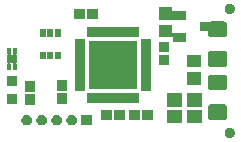
<source format=gts>
G04 #@! TF.GenerationSoftware,KiCad,Pcbnew,5.0.0+dfsg1-2*
G04 #@! TF.CreationDate,2018-09-26T11:41:40+09:00*
G04 #@! TF.ProjectId,fst-01,6673742D30312E6B696361645F706362,rev?*
G04 #@! TF.SameCoordinates,Original*
G04 #@! TF.FileFunction,Soldermask,Top*
G04 #@! TF.FilePolarity,Negative*
%FSLAX46Y46*%
G04 Gerber Fmt 4.6, Leading zero omitted, Abs format (unit mm)*
G04 Created by KiCad (PCBNEW 5.0.0+dfsg1-2) date Wed Sep 26 11:41:40 2018*
%MOMM*%
%LPD*%
G01*
G04 APERTURE LIST*
%ADD10C,0.150000*%
G04 APERTURE END LIST*
D10*
G36*
X128323969Y-103837832D02*
X128401313Y-103869870D01*
X128470923Y-103916381D01*
X128530119Y-103975577D01*
X128576630Y-104045187D01*
X128608668Y-104122531D01*
X128625000Y-104204641D01*
X128625000Y-104288359D01*
X128608668Y-104370469D01*
X128576630Y-104447813D01*
X128530119Y-104517423D01*
X128470923Y-104576619D01*
X128401313Y-104623130D01*
X128323969Y-104655168D01*
X128241859Y-104671500D01*
X128158141Y-104671500D01*
X128076031Y-104655168D01*
X127998687Y-104623130D01*
X127929077Y-104576619D01*
X127869881Y-104517423D01*
X127823370Y-104447813D01*
X127791332Y-104370469D01*
X127775000Y-104288359D01*
X127775000Y-104204641D01*
X127791332Y-104122531D01*
X127823370Y-104045187D01*
X127869881Y-103975577D01*
X127929077Y-103916381D01*
X127998687Y-103869870D01*
X128076031Y-103837832D01*
X128158141Y-103821500D01*
X128241859Y-103821500D01*
X128323969Y-103837832D01*
X128323969Y-103837832D01*
G37*
G36*
X111129262Y-102742093D02*
X111211155Y-102776015D01*
X111284859Y-102825262D01*
X111347538Y-102887941D01*
X111396785Y-102961645D01*
X111430707Y-103043538D01*
X111448000Y-103130479D01*
X111448000Y-103219121D01*
X111430707Y-103306062D01*
X111396785Y-103387955D01*
X111347538Y-103461659D01*
X111284859Y-103524338D01*
X111211155Y-103573585D01*
X111129262Y-103607507D01*
X111042321Y-103624800D01*
X110953679Y-103624800D01*
X110866738Y-103607507D01*
X110784845Y-103573585D01*
X110711141Y-103524338D01*
X110648462Y-103461659D01*
X110599215Y-103387955D01*
X110565293Y-103306062D01*
X110548000Y-103219121D01*
X110548000Y-103130479D01*
X110565293Y-103043538D01*
X110599215Y-102961645D01*
X110648462Y-102887941D01*
X110711141Y-102825262D01*
X110784845Y-102776015D01*
X110866738Y-102742093D01*
X110953679Y-102724800D01*
X111042321Y-102724800D01*
X111129262Y-102742093D01*
X111129262Y-102742093D01*
G37*
G36*
X112399262Y-102742093D02*
X112481155Y-102776015D01*
X112554859Y-102825262D01*
X112617538Y-102887941D01*
X112666785Y-102961645D01*
X112700707Y-103043538D01*
X112718000Y-103130479D01*
X112718000Y-103219121D01*
X112700707Y-103306062D01*
X112666785Y-103387955D01*
X112617538Y-103461659D01*
X112554859Y-103524338D01*
X112481155Y-103573585D01*
X112399262Y-103607507D01*
X112312321Y-103624800D01*
X112223679Y-103624800D01*
X112136738Y-103607507D01*
X112054845Y-103573585D01*
X111981141Y-103524338D01*
X111918462Y-103461659D01*
X111869215Y-103387955D01*
X111835293Y-103306062D01*
X111818000Y-103219121D01*
X111818000Y-103130479D01*
X111835293Y-103043538D01*
X111869215Y-102961645D01*
X111918462Y-102887941D01*
X111981141Y-102825262D01*
X112054845Y-102776015D01*
X112136738Y-102742093D01*
X112223679Y-102724800D01*
X112312321Y-102724800D01*
X112399262Y-102742093D01*
X112399262Y-102742093D01*
G37*
G36*
X116528000Y-103624800D02*
X115628000Y-103624800D01*
X115628000Y-102724800D01*
X116528000Y-102724800D01*
X116528000Y-103624800D01*
X116528000Y-103624800D01*
G37*
G36*
X113669262Y-102742093D02*
X113751155Y-102776015D01*
X113824859Y-102825262D01*
X113887538Y-102887941D01*
X113936785Y-102961645D01*
X113970707Y-103043538D01*
X113988000Y-103130479D01*
X113988000Y-103219121D01*
X113970707Y-103306062D01*
X113936785Y-103387955D01*
X113887538Y-103461659D01*
X113824859Y-103524338D01*
X113751155Y-103573585D01*
X113669262Y-103607507D01*
X113582321Y-103624800D01*
X113493679Y-103624800D01*
X113406738Y-103607507D01*
X113324845Y-103573585D01*
X113251141Y-103524338D01*
X113188462Y-103461659D01*
X113139215Y-103387955D01*
X113105293Y-103306062D01*
X113088000Y-103219121D01*
X113088000Y-103130479D01*
X113105293Y-103043538D01*
X113139215Y-102961645D01*
X113188462Y-102887941D01*
X113251141Y-102825262D01*
X113324845Y-102776015D01*
X113406738Y-102742093D01*
X113493679Y-102724800D01*
X113582321Y-102724800D01*
X113669262Y-102742093D01*
X113669262Y-102742093D01*
G37*
G36*
X114939262Y-102742093D02*
X115021155Y-102776015D01*
X115094859Y-102825262D01*
X115157538Y-102887941D01*
X115206785Y-102961645D01*
X115240707Y-103043538D01*
X115258000Y-103130479D01*
X115258000Y-103219121D01*
X115240707Y-103306062D01*
X115206785Y-103387955D01*
X115157538Y-103461659D01*
X115094859Y-103524338D01*
X115021155Y-103573585D01*
X114939262Y-103607507D01*
X114852321Y-103624800D01*
X114763679Y-103624800D01*
X114676738Y-103607507D01*
X114594845Y-103573585D01*
X114521141Y-103524338D01*
X114458462Y-103461659D01*
X114409215Y-103387955D01*
X114375293Y-103306062D01*
X114358000Y-103219121D01*
X114358000Y-103130479D01*
X114375293Y-103043538D01*
X114409215Y-102961645D01*
X114458462Y-102887941D01*
X114521141Y-102825262D01*
X114594845Y-102776015D01*
X114676738Y-102742093D01*
X114763679Y-102724800D01*
X114852321Y-102724800D01*
X114939262Y-102742093D01*
X114939262Y-102742093D01*
G37*
G36*
X124151200Y-103447700D02*
X122898800Y-103447700D01*
X122898800Y-102295300D01*
X124151200Y-102295300D01*
X124151200Y-103447700D01*
X124151200Y-103447700D01*
G37*
G36*
X125851200Y-103447700D02*
X124598800Y-103447700D01*
X124598800Y-102295300D01*
X125851200Y-102295300D01*
X125851200Y-103447700D01*
X125851200Y-103447700D01*
G37*
G36*
X121705840Y-103181950D02*
X120791440Y-103181950D01*
X120791440Y-102331050D01*
X121705840Y-102331050D01*
X121705840Y-103181950D01*
X121705840Y-103181950D01*
G37*
G36*
X120608560Y-103181950D02*
X119694160Y-103181950D01*
X119694160Y-102331050D01*
X120608560Y-102331050D01*
X120608560Y-103181950D01*
X120608560Y-103181950D01*
G37*
G36*
X119305840Y-103181950D02*
X118391440Y-103181950D01*
X118391440Y-102331050D01*
X119305840Y-102331050D01*
X119305840Y-103181950D01*
X119305840Y-103181950D01*
G37*
G36*
X118208560Y-103181950D02*
X117294160Y-103181950D01*
X117294160Y-102331050D01*
X118208560Y-102331050D01*
X118208560Y-103181950D01*
X118208560Y-103181950D01*
G37*
G36*
X127729553Y-101826488D02*
X127786968Y-101843904D01*
X127839877Y-101872184D01*
X127886254Y-101910246D01*
X127924316Y-101956623D01*
X127952596Y-102009532D01*
X127970012Y-102066947D01*
X127976200Y-102129767D01*
X127976200Y-102863233D01*
X127970012Y-102926053D01*
X127952596Y-102983468D01*
X127924316Y-103036377D01*
X127886254Y-103082754D01*
X127839877Y-103120816D01*
X127786968Y-103149096D01*
X127729553Y-103166512D01*
X127666733Y-103172700D01*
X126633267Y-103172700D01*
X126570447Y-103166512D01*
X126513032Y-103149096D01*
X126460123Y-103120816D01*
X126413746Y-103082754D01*
X126375684Y-103036377D01*
X126347404Y-102983468D01*
X126329988Y-102926053D01*
X126323800Y-102863233D01*
X126323800Y-102129767D01*
X126329988Y-102066947D01*
X126347404Y-102009532D01*
X126375684Y-101956623D01*
X126413746Y-101910246D01*
X126460123Y-101872184D01*
X126513032Y-101843904D01*
X126570447Y-101826488D01*
X126633267Y-101820300D01*
X127666733Y-101820300D01*
X127729553Y-101826488D01*
X127729553Y-101826488D01*
G37*
G36*
X125851200Y-102047700D02*
X124598800Y-102047700D01*
X124598800Y-100895300D01*
X125851200Y-100895300D01*
X125851200Y-102047700D01*
X125851200Y-102047700D01*
G37*
G36*
X124151200Y-102047700D02*
X122898800Y-102047700D01*
X122898800Y-100895300D01*
X124151200Y-100895300D01*
X124151200Y-102047700D01*
X124151200Y-102047700D01*
G37*
G36*
X111675450Y-101862340D02*
X110824550Y-101862340D01*
X110824550Y-100947940D01*
X111675450Y-100947940D01*
X111675450Y-101862340D01*
X111675450Y-101862340D01*
G37*
G36*
X110176200Y-101832700D02*
X109323800Y-101832700D01*
X109323800Y-100980300D01*
X110176200Y-100980300D01*
X110176200Y-101832700D01*
X110176200Y-101832700D01*
G37*
G36*
X114425450Y-101782340D02*
X113574550Y-101782340D01*
X113574550Y-100867940D01*
X114425450Y-100867940D01*
X114425450Y-101782340D01*
X114425450Y-101782340D01*
G37*
G36*
X120490000Y-101706500D02*
X116110000Y-101706500D01*
X116110000Y-100856500D01*
X120490000Y-100856500D01*
X120490000Y-101706500D01*
X120490000Y-101706500D01*
G37*
G36*
X111675450Y-100765060D02*
X110824550Y-100765060D01*
X110824550Y-99850660D01*
X111675450Y-99850660D01*
X111675450Y-100765060D01*
X111675450Y-100765060D01*
G37*
G36*
X121500000Y-100696500D02*
X120650000Y-100696500D01*
X120650000Y-96316500D01*
X121500000Y-96316500D01*
X121500000Y-100696500D01*
X121500000Y-100696500D01*
G37*
G36*
X115950000Y-100696500D02*
X115100000Y-100696500D01*
X115100000Y-96316500D01*
X115950000Y-96316500D01*
X115950000Y-100696500D01*
X115950000Y-100696500D01*
G37*
G36*
X114425450Y-100685060D02*
X113574550Y-100685060D01*
X113574550Y-99770660D01*
X114425450Y-99770660D01*
X114425450Y-100685060D01*
X114425450Y-100685060D01*
G37*
G36*
X127729553Y-99326488D02*
X127786968Y-99343904D01*
X127839877Y-99372184D01*
X127886254Y-99410246D01*
X127924316Y-99456623D01*
X127952596Y-99509532D01*
X127970012Y-99566947D01*
X127976200Y-99629767D01*
X127976200Y-100363233D01*
X127970012Y-100426053D01*
X127952596Y-100483468D01*
X127924316Y-100536377D01*
X127886254Y-100582754D01*
X127839877Y-100620816D01*
X127786968Y-100649096D01*
X127729553Y-100666512D01*
X127666733Y-100672700D01*
X126633267Y-100672700D01*
X126570447Y-100666512D01*
X126513032Y-100649096D01*
X126460123Y-100620816D01*
X126413746Y-100582754D01*
X126375684Y-100536377D01*
X126347404Y-100483468D01*
X126329988Y-100426053D01*
X126323800Y-100363233D01*
X126323800Y-99629767D01*
X126329988Y-99566947D01*
X126347404Y-99509532D01*
X126375684Y-99456623D01*
X126413746Y-99410246D01*
X126460123Y-99372184D01*
X126513032Y-99343904D01*
X126570447Y-99326488D01*
X126633267Y-99320300D01*
X127666733Y-99320300D01*
X127729553Y-99326488D01*
X127729553Y-99326488D01*
G37*
G36*
X120350000Y-100556500D02*
X116250000Y-100556500D01*
X116250000Y-96456500D01*
X120350000Y-96456500D01*
X120350000Y-100556500D01*
X120350000Y-100556500D01*
G37*
G36*
X110176200Y-100332700D02*
X109323800Y-100332700D01*
X109323800Y-99480300D01*
X110176200Y-99480300D01*
X110176200Y-100332700D01*
X110176200Y-100332700D01*
G37*
G36*
X125751580Y-100199120D02*
X124598420Y-100199120D01*
X124598420Y-99147560D01*
X125751580Y-99147560D01*
X125751580Y-100199120D01*
X125751580Y-100199120D01*
G37*
G36*
X109621102Y-97047728D02*
X109630096Y-97050456D01*
X109638386Y-97054887D01*
X109645651Y-97060849D01*
X109651613Y-97068114D01*
X109656044Y-97076404D01*
X109658772Y-97085398D01*
X109660000Y-97097866D01*
X109660000Y-97495134D01*
X109658772Y-97507602D01*
X109656044Y-97516596D01*
X109651613Y-97524886D01*
X109645651Y-97532151D01*
X109643501Y-97533915D01*
X109634699Y-97542717D01*
X109627783Y-97553067D01*
X109623020Y-97564568D01*
X109620592Y-97576777D01*
X109620592Y-97589225D01*
X109623021Y-97601434D01*
X109627785Y-97612935D01*
X109634701Y-97623285D01*
X109643503Y-97632087D01*
X109653853Y-97639003D01*
X109665354Y-97643766D01*
X109683786Y-97646500D01*
X109816214Y-97646500D01*
X109828602Y-97645280D01*
X109840514Y-97641666D01*
X109851493Y-97635798D01*
X109861115Y-97627901D01*
X109869012Y-97618279D01*
X109874880Y-97607300D01*
X109878494Y-97595388D01*
X109879714Y-97583000D01*
X109878494Y-97570612D01*
X109874880Y-97558700D01*
X109869012Y-97547721D01*
X109856499Y-97533915D01*
X109854349Y-97532151D01*
X109848387Y-97524886D01*
X109843956Y-97516596D01*
X109841228Y-97507602D01*
X109840000Y-97495134D01*
X109840000Y-97097866D01*
X109841228Y-97085398D01*
X109843956Y-97076404D01*
X109848387Y-97068114D01*
X109854349Y-97060849D01*
X109861614Y-97054887D01*
X109869904Y-97050456D01*
X109878898Y-97047728D01*
X109891366Y-97046500D01*
X110108634Y-97046500D01*
X110121102Y-97047728D01*
X110130096Y-97050456D01*
X110138386Y-97054887D01*
X110145651Y-97060849D01*
X110151613Y-97068114D01*
X110156044Y-97076404D01*
X110158772Y-97085398D01*
X110160000Y-97097866D01*
X110160000Y-97495134D01*
X110158772Y-97507602D01*
X110156044Y-97516596D01*
X110151613Y-97524886D01*
X110145651Y-97532151D01*
X110138386Y-97538113D01*
X110130098Y-97542543D01*
X110127480Y-97543337D01*
X110115979Y-97548100D01*
X110105628Y-97555015D01*
X110096825Y-97563817D01*
X110089909Y-97574167D01*
X110085144Y-97585667D01*
X110082715Y-97597876D01*
X110082714Y-97610324D01*
X110085142Y-97622533D01*
X110089905Y-97634034D01*
X110096820Y-97644385D01*
X110105622Y-97653188D01*
X110115975Y-97660106D01*
X110136165Y-97670898D01*
X110157826Y-97688674D01*
X110175602Y-97710335D01*
X110188811Y-97735048D01*
X110196946Y-97761865D01*
X110200000Y-97792868D01*
X110200000Y-98200132D01*
X110196946Y-98231135D01*
X110188811Y-98257952D01*
X110175602Y-98282665D01*
X110157826Y-98304326D01*
X110136165Y-98322102D01*
X110115975Y-98332894D01*
X110105624Y-98339810D01*
X110096822Y-98348613D01*
X110089907Y-98358963D01*
X110085143Y-98370464D01*
X110082715Y-98382673D01*
X110082715Y-98395121D01*
X110085144Y-98407330D01*
X110089907Y-98418830D01*
X110096823Y-98429181D01*
X110105626Y-98437983D01*
X110115976Y-98444898D01*
X110127480Y-98449663D01*
X110130098Y-98450457D01*
X110138386Y-98454887D01*
X110145651Y-98460849D01*
X110151613Y-98468114D01*
X110156044Y-98476404D01*
X110158772Y-98485398D01*
X110160000Y-98497866D01*
X110160000Y-98895134D01*
X110158772Y-98907602D01*
X110156044Y-98916596D01*
X110151613Y-98924886D01*
X110145651Y-98932151D01*
X110138386Y-98938113D01*
X110130096Y-98942544D01*
X110121102Y-98945272D01*
X110108634Y-98946500D01*
X109891366Y-98946500D01*
X109878898Y-98945272D01*
X109869904Y-98942544D01*
X109861614Y-98938113D01*
X109854349Y-98932151D01*
X109848387Y-98924886D01*
X109843956Y-98916596D01*
X109841228Y-98907602D01*
X109840000Y-98895134D01*
X109840000Y-98497866D01*
X109841228Y-98485398D01*
X109843956Y-98476404D01*
X109848387Y-98468114D01*
X109854349Y-98460849D01*
X109856499Y-98459085D01*
X109865301Y-98450283D01*
X109872217Y-98439933D01*
X109876980Y-98428432D01*
X109879408Y-98416223D01*
X109879408Y-98403775D01*
X109876979Y-98391566D01*
X109872215Y-98380065D01*
X109865299Y-98369715D01*
X109856497Y-98360913D01*
X109846147Y-98353997D01*
X109834646Y-98349234D01*
X109816214Y-98346500D01*
X109683786Y-98346500D01*
X109671398Y-98347720D01*
X109659486Y-98351334D01*
X109648507Y-98357202D01*
X109638885Y-98365099D01*
X109630988Y-98374721D01*
X109625120Y-98385700D01*
X109621506Y-98397612D01*
X109620286Y-98410000D01*
X109621506Y-98422388D01*
X109625120Y-98434300D01*
X109630988Y-98445279D01*
X109643501Y-98459085D01*
X109645651Y-98460849D01*
X109651613Y-98468114D01*
X109656044Y-98476404D01*
X109658772Y-98485398D01*
X109660000Y-98497866D01*
X109660000Y-98895134D01*
X109658772Y-98907602D01*
X109656044Y-98916596D01*
X109651613Y-98924886D01*
X109645651Y-98932151D01*
X109638386Y-98938113D01*
X109630096Y-98942544D01*
X109621102Y-98945272D01*
X109608634Y-98946500D01*
X109391366Y-98946500D01*
X109378898Y-98945272D01*
X109369904Y-98942544D01*
X109361614Y-98938113D01*
X109354349Y-98932151D01*
X109348387Y-98924886D01*
X109343956Y-98916596D01*
X109341228Y-98907602D01*
X109340000Y-98895134D01*
X109340000Y-98497866D01*
X109341228Y-98485398D01*
X109343956Y-98476404D01*
X109348387Y-98468114D01*
X109354349Y-98460849D01*
X109361614Y-98454887D01*
X109369902Y-98450457D01*
X109372520Y-98449663D01*
X109384021Y-98444900D01*
X109394372Y-98437985D01*
X109403175Y-98429183D01*
X109410091Y-98418833D01*
X109414856Y-98407333D01*
X109417285Y-98395124D01*
X109417286Y-98382676D01*
X109414858Y-98370467D01*
X109410095Y-98358966D01*
X109403180Y-98348615D01*
X109394378Y-98339812D01*
X109384025Y-98332894D01*
X109363835Y-98322102D01*
X109342174Y-98304326D01*
X109324398Y-98282665D01*
X109311189Y-98257952D01*
X109303054Y-98231135D01*
X109300000Y-98200132D01*
X109300000Y-97792868D01*
X109303054Y-97761865D01*
X109311189Y-97735048D01*
X109324398Y-97710335D01*
X109342174Y-97688674D01*
X109363835Y-97670898D01*
X109384025Y-97660106D01*
X109394376Y-97653190D01*
X109403178Y-97644387D01*
X109410093Y-97634037D01*
X109414857Y-97622536D01*
X109417285Y-97610327D01*
X109417285Y-97597879D01*
X109414856Y-97585670D01*
X109410093Y-97574170D01*
X109403177Y-97563819D01*
X109394374Y-97555017D01*
X109384024Y-97548102D01*
X109372520Y-97543337D01*
X109369902Y-97542543D01*
X109361614Y-97538113D01*
X109354349Y-97532151D01*
X109348387Y-97524886D01*
X109343956Y-97516596D01*
X109341228Y-97507602D01*
X109340000Y-97495134D01*
X109340000Y-97097866D01*
X109341228Y-97085398D01*
X109343956Y-97076404D01*
X109348387Y-97068114D01*
X109354349Y-97060849D01*
X109361614Y-97054887D01*
X109369904Y-97050456D01*
X109378898Y-97047728D01*
X109391366Y-97046500D01*
X109608634Y-97046500D01*
X109621102Y-97047728D01*
X109621102Y-97047728D01*
G37*
G36*
X125751580Y-98695440D02*
X124598420Y-98695440D01*
X124598420Y-97643880D01*
X125751580Y-97643880D01*
X125751580Y-98695440D01*
X125751580Y-98695440D01*
G37*
G36*
X127729553Y-97326488D02*
X127786968Y-97343904D01*
X127839877Y-97372184D01*
X127886254Y-97410246D01*
X127924316Y-97456623D01*
X127952596Y-97509532D01*
X127970012Y-97566947D01*
X127976200Y-97629767D01*
X127976200Y-98363233D01*
X127970012Y-98426053D01*
X127952596Y-98483468D01*
X127924316Y-98536377D01*
X127886254Y-98582754D01*
X127839877Y-98620816D01*
X127786968Y-98649096D01*
X127729553Y-98666512D01*
X127666733Y-98672700D01*
X126633267Y-98672700D01*
X126570447Y-98666512D01*
X126513032Y-98649096D01*
X126460123Y-98620816D01*
X126413746Y-98582754D01*
X126375684Y-98536377D01*
X126347404Y-98483468D01*
X126329988Y-98426053D01*
X126323800Y-98363233D01*
X126323800Y-97629767D01*
X126329988Y-97566947D01*
X126347404Y-97509532D01*
X126375684Y-97456623D01*
X126413746Y-97410246D01*
X126460123Y-97372184D01*
X126513032Y-97343904D01*
X126570447Y-97326488D01*
X126633267Y-97320300D01*
X127666733Y-97320300D01*
X127729553Y-97326488D01*
X127729553Y-97326488D01*
G37*
G36*
X123025450Y-98542340D02*
X122174550Y-98542340D01*
X122174550Y-97627940D01*
X123025450Y-97627940D01*
X123025450Y-98542340D01*
X123025450Y-98542340D01*
G37*
G36*
X112600000Y-98006500D02*
X112100000Y-98006500D01*
X112100000Y-97406500D01*
X112600000Y-97406500D01*
X112600000Y-98006500D01*
X112600000Y-98006500D01*
G37*
G36*
X113250000Y-98006500D02*
X112750000Y-98006500D01*
X112750000Y-97406500D01*
X113250000Y-97406500D01*
X113250000Y-98006500D01*
X113250000Y-98006500D01*
G37*
G36*
X113900000Y-98006500D02*
X113400000Y-98006500D01*
X113400000Y-97406500D01*
X113900000Y-97406500D01*
X113900000Y-98006500D01*
X113900000Y-98006500D01*
G37*
G36*
X123025450Y-97445060D02*
X122174550Y-97445060D01*
X122174550Y-96530660D01*
X123025450Y-96530660D01*
X123025450Y-97445060D01*
X123025450Y-97445060D01*
G37*
G36*
X123326580Y-95756800D02*
X123327800Y-95769188D01*
X123331414Y-95781100D01*
X123337282Y-95792079D01*
X123345179Y-95801701D01*
X123354801Y-95809598D01*
X123365780Y-95815466D01*
X123377692Y-95819080D01*
X123390080Y-95820300D01*
X124451200Y-95820300D01*
X124451200Y-96572700D01*
X123398800Y-96572700D01*
X123398800Y-96237620D01*
X123397580Y-96225232D01*
X123393966Y-96213320D01*
X123388098Y-96202341D01*
X123380201Y-96192719D01*
X123370579Y-96184822D01*
X123359600Y-96178954D01*
X123347688Y-96175340D01*
X123335300Y-96174120D01*
X122173420Y-96174120D01*
X122173420Y-95122560D01*
X123326580Y-95122560D01*
X123326580Y-95756800D01*
X123326580Y-95756800D01*
G37*
G36*
X127729553Y-94826488D02*
X127786968Y-94843904D01*
X127839877Y-94872184D01*
X127886254Y-94910246D01*
X127924316Y-94956623D01*
X127952596Y-95009532D01*
X127970012Y-95066947D01*
X127976200Y-95129767D01*
X127976200Y-95863233D01*
X127970012Y-95926053D01*
X127952596Y-95983468D01*
X127924316Y-96036377D01*
X127886254Y-96082754D01*
X127839877Y-96120816D01*
X127786968Y-96149096D01*
X127729553Y-96166512D01*
X127666733Y-96172700D01*
X126633267Y-96172700D01*
X126570447Y-96166512D01*
X126513032Y-96149096D01*
X126460123Y-96120816D01*
X126413746Y-96082754D01*
X126375684Y-96036377D01*
X126347404Y-95983468D01*
X126329988Y-95926053D01*
X126323800Y-95863233D01*
X126323800Y-95686200D01*
X126322580Y-95673812D01*
X126318966Y-95661900D01*
X126313098Y-95650921D01*
X126305201Y-95641299D01*
X126295579Y-95633402D01*
X126284600Y-95627534D01*
X126272688Y-95623920D01*
X126260300Y-95622700D01*
X125698800Y-95622700D01*
X125698800Y-94870300D01*
X126447742Y-94870300D01*
X126460130Y-94869080D01*
X126477676Y-94862802D01*
X126513032Y-94843904D01*
X126570447Y-94826488D01*
X126633267Y-94820300D01*
X127666733Y-94820300D01*
X127729553Y-94826488D01*
X127729553Y-94826488D01*
G37*
G36*
X120490000Y-96156500D02*
X116110000Y-96156500D01*
X116110000Y-95306500D01*
X120490000Y-95306500D01*
X120490000Y-96156500D01*
X120490000Y-96156500D01*
G37*
G36*
X113250000Y-96106500D02*
X112750000Y-96106500D01*
X112750000Y-95506500D01*
X113250000Y-95506500D01*
X113250000Y-96106500D01*
X113250000Y-96106500D01*
G37*
G36*
X113900000Y-96106500D02*
X113400000Y-96106500D01*
X113400000Y-95506500D01*
X113900000Y-95506500D01*
X113900000Y-96106500D01*
X113900000Y-96106500D01*
G37*
G36*
X112600000Y-96106500D02*
X112100000Y-96106500D01*
X112100000Y-95506500D01*
X112600000Y-95506500D01*
X112600000Y-96106500D01*
X112600000Y-96106500D01*
G37*
G36*
X123326580Y-93856800D02*
X123327800Y-93869188D01*
X123331414Y-93881100D01*
X123337282Y-93892079D01*
X123345179Y-93901701D01*
X123354801Y-93909598D01*
X123365780Y-93915466D01*
X123377692Y-93919080D01*
X123390080Y-93920300D01*
X124451200Y-93920300D01*
X124451200Y-94672700D01*
X123351116Y-94672700D01*
X123347688Y-94671660D01*
X123335300Y-94670440D01*
X122173420Y-94670440D01*
X122173420Y-93618880D01*
X123326580Y-93618880D01*
X123326580Y-93856800D01*
X123326580Y-93856800D01*
G37*
G36*
X117005840Y-94631950D02*
X116091440Y-94631950D01*
X116091440Y-93781050D01*
X117005840Y-93781050D01*
X117005840Y-94631950D01*
X117005840Y-94631950D01*
G37*
G36*
X115908560Y-94631950D02*
X114994160Y-94631950D01*
X114994160Y-93781050D01*
X115908560Y-93781050D01*
X115908560Y-94631950D01*
X115908560Y-94631950D01*
G37*
G36*
X128323969Y-93337832D02*
X128401313Y-93369870D01*
X128470923Y-93416381D01*
X128530119Y-93475577D01*
X128576630Y-93545187D01*
X128608668Y-93622531D01*
X128625000Y-93704641D01*
X128625000Y-93788359D01*
X128608668Y-93870469D01*
X128576630Y-93947813D01*
X128530119Y-94017423D01*
X128470923Y-94076619D01*
X128401313Y-94123130D01*
X128323969Y-94155168D01*
X128241859Y-94171500D01*
X128158141Y-94171500D01*
X128076031Y-94155168D01*
X127998687Y-94123130D01*
X127929077Y-94076619D01*
X127869881Y-94017423D01*
X127823370Y-93947813D01*
X127791332Y-93870469D01*
X127775000Y-93788359D01*
X127775000Y-93704641D01*
X127791332Y-93622531D01*
X127823370Y-93545187D01*
X127869881Y-93475577D01*
X127929077Y-93416381D01*
X127998687Y-93369870D01*
X128076031Y-93337832D01*
X128158141Y-93321500D01*
X128241859Y-93321500D01*
X128323969Y-93337832D01*
X128323969Y-93337832D01*
G37*
M02*

</source>
